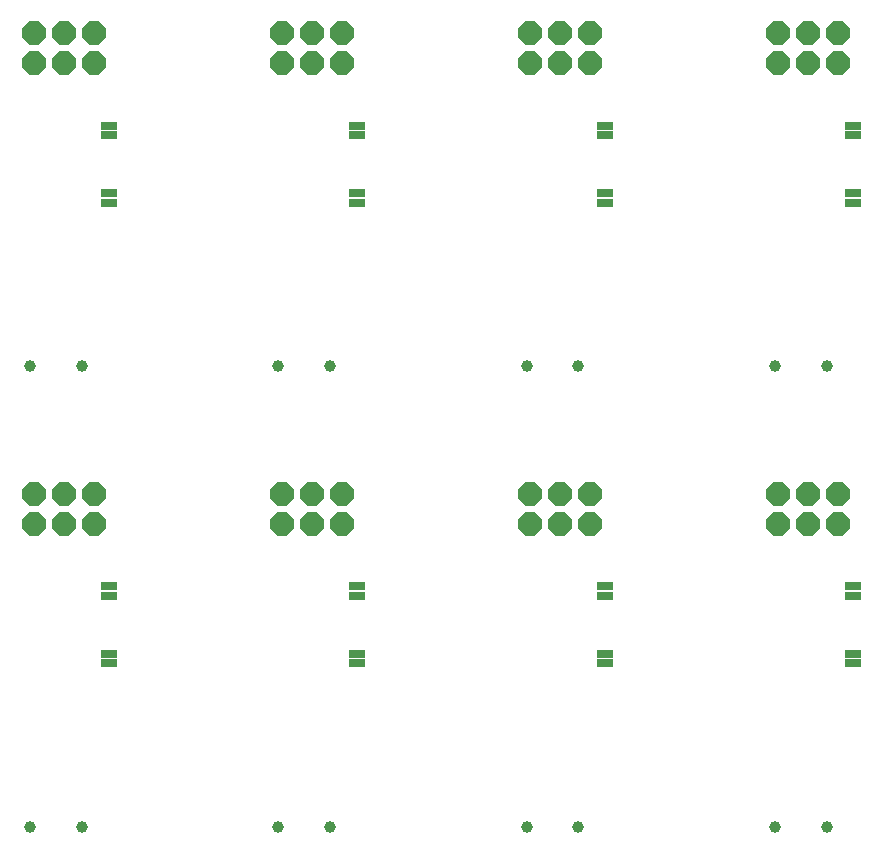
<source format=gbs>
%MOIN*%
%OFA0B0*%
%FSLAX44Y44*%
%IPPOS*%
%LPD*%
%AMOC8*
5,1,8,0,0,$1,112.5*%
%AMOC80*
5,1,8,0,0,$1,112.5*%
%AMOC81*
5,1,8,0,0,$1,112.5*%
%AMOC80*
5,1,8,0,0,$1,112.5*%
%AMOC81*
5,1,8,0,0,$1,112.5*%
%AMOC80*
5,1,8,0,0,$1,112.5*%
%AMOC81*
5,1,8,0,0,$1,112.5*%
%AMOC80*
5,1,8,0,0,$1,112.5*%
%ADD10P,0.084426417322834652X8X202.5*%
%ADD11C,0.039433070866141735*%
%ADD12R,0.054X0.029*%
%ADD23P,0.084426417322834652X8X202.5*%
%ADD24C,0.039433070866141735*%
%ADD25R,0.054X0.029*%
%ADD26P,0.084426417322834652X8X202.5*%
%ADD27C,0.039433070866141735*%
%ADD28R,0.054X0.029*%
%ADD29P,0.084426417322834652X8X202.5*%
%ADD30C,0.039433070866141735*%
%ADD31R,0.054X0.029*%
%ADD32P,0.084426417322834652X8X202.5*%
%ADD33C,0.039433070866141735*%
%ADD34R,0.054X0.029*%
%ADD35P,0.084426417322834652X8X202.5*%
%ADD36C,0.039433070866141735*%
%ADD37R,0.054X0.029*%
%ADD38P,0.084426417322834652X8X202.5*%
%ADD39C,0.039433070866141735*%
%ADD40R,0.054X0.029*%
%ADD41P,0.084426417322834652X8X202.5*%
%ADD42C,0.039433070866141735*%
%ADD43R,0.054X0.029*%
G75*
G01*
D10*
X00010236Y00006692D02*
X00007736Y00019692D03*
X00007736Y00018692D03*
X00006736Y00019692D03*
X00006736Y00018692D03*
X00005736Y00019692D03*
X00005736Y00018692D03*
D11*
X00005629Y00008586D03*
X00007362Y00008586D03*
D12*
X00008236Y00014035D03*
X00008236Y00014355D03*
X00008236Y00016600D03*
X00008236Y00016280D03*
G04 next file*
G04 EAGLE Gerber X2 export*
G75*
G01*
D23*
X00018503Y00006692D02*
X00016003Y00019692D03*
X00016003Y00018692D03*
X00015003Y00019692D03*
X00015003Y00018692D03*
X00014003Y00019692D03*
X00014003Y00018692D03*
D24*
X00013897Y00008586D03*
X00015629Y00008586D03*
D25*
X00016503Y00014035D03*
X00016503Y00014355D03*
X00016503Y00016600D03*
X00016503Y00016280D03*
G04 next file*
G04 EAGLE Gerber X2 export*
G75*
G01*
D26*
X00010236Y00022047D02*
X00007736Y00035047D03*
X00007736Y00034047D03*
X00006736Y00035047D03*
X00006736Y00034047D03*
X00005736Y00035047D03*
X00005736Y00034047D03*
D27*
X00005629Y00023940D03*
X00007362Y00023940D03*
D28*
X00008236Y00029389D03*
X00008236Y00029709D03*
X00008236Y00031955D03*
X00008236Y00031634D03*
G04 next file*
G04 EAGLE Gerber X2 export*
G75*
G01*
D29*
X00018503Y00022047D02*
X00016003Y00035047D03*
X00016003Y00034047D03*
X00015003Y00035047D03*
X00015003Y00034047D03*
X00014003Y00035047D03*
X00014003Y00034047D03*
D30*
X00013897Y00023940D03*
X00015629Y00023940D03*
D31*
X00016503Y00029389D03*
X00016503Y00029709D03*
X00016503Y00031955D03*
X00016503Y00031634D03*
G04 next file*
G04 EAGLE Gerber X2 export*
G75*
G01*
D32*
X00026771Y00022047D02*
X00024271Y00035047D03*
X00024271Y00034047D03*
X00023271Y00035047D03*
X00023271Y00034047D03*
X00022271Y00035047D03*
X00022271Y00034047D03*
D33*
X00022165Y00023940D03*
X00023897Y00023940D03*
D34*
X00024771Y00029389D03*
X00024771Y00029709D03*
X00024771Y00031955D03*
X00024771Y00031634D03*
G04 next file*
G04 EAGLE Gerber X2 export*
G75*
G01*
D35*
X00035039Y00022047D02*
X00032539Y00035047D03*
X00032539Y00034047D03*
X00031539Y00035047D03*
X00031539Y00034047D03*
X00030539Y00035047D03*
X00030539Y00034047D03*
D36*
X00030433Y00023940D03*
X00032165Y00023940D03*
D37*
X00033039Y00029389D03*
X00033039Y00029709D03*
X00033039Y00031955D03*
X00033039Y00031634D03*
G04 next file*
G04 EAGLE Gerber X2 export*
G75*
G01*
D38*
X00026771Y00006692D02*
X00024271Y00019692D03*
X00024271Y00018692D03*
X00023271Y00019692D03*
X00023271Y00018692D03*
X00022271Y00019692D03*
X00022271Y00018692D03*
D39*
X00022165Y00008586D03*
X00023897Y00008586D03*
D40*
X00024771Y00014035D03*
X00024771Y00014355D03*
X00024771Y00016600D03*
X00024771Y00016280D03*
G04 next file*
G04 EAGLE Gerber X2 export*
G75*
G01*
D41*
X00035039Y00006692D02*
X00032539Y00019692D03*
X00032539Y00018692D03*
X00031539Y00019692D03*
X00031539Y00018692D03*
X00030539Y00019692D03*
X00030539Y00018692D03*
D42*
X00030433Y00008586D03*
X00032165Y00008586D03*
D43*
X00033039Y00014035D03*
X00033039Y00014355D03*
X00033039Y00016600D03*
X00033039Y00016280D03*
G04 next file*
M02*
</source>
